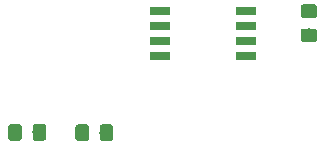
<source format=gbr>
G04 #@! TF.GenerationSoftware,KiCad,Pcbnew,(5.1.2)-1*
G04 #@! TF.CreationDate,2019-08-25T21:22:12-05:00*
G04 #@! TF.ProjectId,attiny-devboard,61747469-6e79-42d6-9465-76626f617264,rev?*
G04 #@! TF.SameCoordinates,Original*
G04 #@! TF.FileFunction,Paste,Top*
G04 #@! TF.FilePolarity,Positive*
%FSLAX46Y46*%
G04 Gerber Fmt 4.6, Leading zero omitted, Abs format (unit mm)*
G04 Created by KiCad (PCBNEW (5.1.2)-1) date 2019-08-25 21:22:12*
%MOMM*%
%LPD*%
G04 APERTURE LIST*
%ADD10C,0.100000*%
%ADD11C,1.150000*%
%ADD12R,1.700000X0.650000*%
G04 APERTURE END LIST*
D10*
G36*
X144543305Y-82453504D02*
G01*
X144567573Y-82457104D01*
X144591372Y-82463065D01*
X144614471Y-82471330D01*
X144636650Y-82481820D01*
X144657693Y-82494432D01*
X144677399Y-82509047D01*
X144695577Y-82525523D01*
X144712053Y-82543701D01*
X144726668Y-82563407D01*
X144739280Y-82584450D01*
X144749770Y-82606629D01*
X144758035Y-82629728D01*
X144763996Y-82653527D01*
X144767596Y-82677795D01*
X144768800Y-82702299D01*
X144768800Y-83352301D01*
X144767596Y-83376805D01*
X144763996Y-83401073D01*
X144758035Y-83424872D01*
X144749770Y-83447971D01*
X144739280Y-83470150D01*
X144726668Y-83491193D01*
X144712053Y-83510899D01*
X144695577Y-83529077D01*
X144677399Y-83545553D01*
X144657693Y-83560168D01*
X144636650Y-83572780D01*
X144614471Y-83583270D01*
X144591372Y-83591535D01*
X144567573Y-83597496D01*
X144543305Y-83601096D01*
X144518801Y-83602300D01*
X143618799Y-83602300D01*
X143594295Y-83601096D01*
X143570027Y-83597496D01*
X143546228Y-83591535D01*
X143523129Y-83583270D01*
X143500950Y-83572780D01*
X143479907Y-83560168D01*
X143460201Y-83545553D01*
X143442023Y-83529077D01*
X143425547Y-83510899D01*
X143410932Y-83491193D01*
X143398320Y-83470150D01*
X143387830Y-83447971D01*
X143379565Y-83424872D01*
X143373604Y-83401073D01*
X143370004Y-83376805D01*
X143368800Y-83352301D01*
X143368800Y-82702299D01*
X143370004Y-82677795D01*
X143373604Y-82653527D01*
X143379565Y-82629728D01*
X143387830Y-82606629D01*
X143398320Y-82584450D01*
X143410932Y-82563407D01*
X143425547Y-82543701D01*
X143442023Y-82525523D01*
X143460201Y-82509047D01*
X143479907Y-82494432D01*
X143500950Y-82481820D01*
X143523129Y-82471330D01*
X143546228Y-82463065D01*
X143570027Y-82457104D01*
X143594295Y-82453504D01*
X143618799Y-82452300D01*
X144518801Y-82452300D01*
X144543305Y-82453504D01*
X144543305Y-82453504D01*
G37*
D11*
X144068800Y-83027300D03*
D10*
G36*
X144543305Y-84503504D02*
G01*
X144567573Y-84507104D01*
X144591372Y-84513065D01*
X144614471Y-84521330D01*
X144636650Y-84531820D01*
X144657693Y-84544432D01*
X144677399Y-84559047D01*
X144695577Y-84575523D01*
X144712053Y-84593701D01*
X144726668Y-84613407D01*
X144739280Y-84634450D01*
X144749770Y-84656629D01*
X144758035Y-84679728D01*
X144763996Y-84703527D01*
X144767596Y-84727795D01*
X144768800Y-84752299D01*
X144768800Y-85402301D01*
X144767596Y-85426805D01*
X144763996Y-85451073D01*
X144758035Y-85474872D01*
X144749770Y-85497971D01*
X144739280Y-85520150D01*
X144726668Y-85541193D01*
X144712053Y-85560899D01*
X144695577Y-85579077D01*
X144677399Y-85595553D01*
X144657693Y-85610168D01*
X144636650Y-85622780D01*
X144614471Y-85633270D01*
X144591372Y-85641535D01*
X144567573Y-85647496D01*
X144543305Y-85651096D01*
X144518801Y-85652300D01*
X143618799Y-85652300D01*
X143594295Y-85651096D01*
X143570027Y-85647496D01*
X143546228Y-85641535D01*
X143523129Y-85633270D01*
X143500950Y-85622780D01*
X143479907Y-85610168D01*
X143460201Y-85595553D01*
X143442023Y-85579077D01*
X143425547Y-85560899D01*
X143410932Y-85541193D01*
X143398320Y-85520150D01*
X143387830Y-85497971D01*
X143379565Y-85474872D01*
X143373604Y-85451073D01*
X143370004Y-85426805D01*
X143368800Y-85402301D01*
X143368800Y-84752299D01*
X143370004Y-84727795D01*
X143373604Y-84703527D01*
X143379565Y-84679728D01*
X143387830Y-84656629D01*
X143398320Y-84634450D01*
X143410932Y-84613407D01*
X143425547Y-84593701D01*
X143442023Y-84575523D01*
X143460201Y-84559047D01*
X143479907Y-84544432D01*
X143500950Y-84531820D01*
X143523129Y-84521330D01*
X143546228Y-84513065D01*
X143570027Y-84507104D01*
X143594295Y-84503504D01*
X143618799Y-84502300D01*
X144518801Y-84502300D01*
X144543305Y-84503504D01*
X144543305Y-84503504D01*
G37*
D11*
X144068800Y-85077300D03*
D10*
G36*
X127265905Y-92620804D02*
G01*
X127290173Y-92624404D01*
X127313972Y-92630365D01*
X127337071Y-92638630D01*
X127359250Y-92649120D01*
X127380293Y-92661732D01*
X127399999Y-92676347D01*
X127418177Y-92692823D01*
X127434653Y-92711001D01*
X127449268Y-92730707D01*
X127461880Y-92751750D01*
X127472370Y-92773929D01*
X127480635Y-92797028D01*
X127486596Y-92820827D01*
X127490196Y-92845095D01*
X127491400Y-92869599D01*
X127491400Y-93769601D01*
X127490196Y-93794105D01*
X127486596Y-93818373D01*
X127480635Y-93842172D01*
X127472370Y-93865271D01*
X127461880Y-93887450D01*
X127449268Y-93908493D01*
X127434653Y-93928199D01*
X127418177Y-93946377D01*
X127399999Y-93962853D01*
X127380293Y-93977468D01*
X127359250Y-93990080D01*
X127337071Y-94000570D01*
X127313972Y-94008835D01*
X127290173Y-94014796D01*
X127265905Y-94018396D01*
X127241401Y-94019600D01*
X126591399Y-94019600D01*
X126566895Y-94018396D01*
X126542627Y-94014796D01*
X126518828Y-94008835D01*
X126495729Y-94000570D01*
X126473550Y-93990080D01*
X126452507Y-93977468D01*
X126432801Y-93962853D01*
X126414623Y-93946377D01*
X126398147Y-93928199D01*
X126383532Y-93908493D01*
X126370920Y-93887450D01*
X126360430Y-93865271D01*
X126352165Y-93842172D01*
X126346204Y-93818373D01*
X126342604Y-93794105D01*
X126341400Y-93769601D01*
X126341400Y-92869599D01*
X126342604Y-92845095D01*
X126346204Y-92820827D01*
X126352165Y-92797028D01*
X126360430Y-92773929D01*
X126370920Y-92751750D01*
X126383532Y-92730707D01*
X126398147Y-92711001D01*
X126414623Y-92692823D01*
X126432801Y-92676347D01*
X126452507Y-92661732D01*
X126473550Y-92649120D01*
X126495729Y-92638630D01*
X126518828Y-92630365D01*
X126542627Y-92624404D01*
X126566895Y-92620804D01*
X126591399Y-92619600D01*
X127241401Y-92619600D01*
X127265905Y-92620804D01*
X127265905Y-92620804D01*
G37*
D11*
X126916400Y-93319600D03*
D10*
G36*
X125215905Y-92620804D02*
G01*
X125240173Y-92624404D01*
X125263972Y-92630365D01*
X125287071Y-92638630D01*
X125309250Y-92649120D01*
X125330293Y-92661732D01*
X125349999Y-92676347D01*
X125368177Y-92692823D01*
X125384653Y-92711001D01*
X125399268Y-92730707D01*
X125411880Y-92751750D01*
X125422370Y-92773929D01*
X125430635Y-92797028D01*
X125436596Y-92820827D01*
X125440196Y-92845095D01*
X125441400Y-92869599D01*
X125441400Y-93769601D01*
X125440196Y-93794105D01*
X125436596Y-93818373D01*
X125430635Y-93842172D01*
X125422370Y-93865271D01*
X125411880Y-93887450D01*
X125399268Y-93908493D01*
X125384653Y-93928199D01*
X125368177Y-93946377D01*
X125349999Y-93962853D01*
X125330293Y-93977468D01*
X125309250Y-93990080D01*
X125287071Y-94000570D01*
X125263972Y-94008835D01*
X125240173Y-94014796D01*
X125215905Y-94018396D01*
X125191401Y-94019600D01*
X124541399Y-94019600D01*
X124516895Y-94018396D01*
X124492627Y-94014796D01*
X124468828Y-94008835D01*
X124445729Y-94000570D01*
X124423550Y-93990080D01*
X124402507Y-93977468D01*
X124382801Y-93962853D01*
X124364623Y-93946377D01*
X124348147Y-93928199D01*
X124333532Y-93908493D01*
X124320920Y-93887450D01*
X124310430Y-93865271D01*
X124302165Y-93842172D01*
X124296204Y-93818373D01*
X124292604Y-93794105D01*
X124291400Y-93769601D01*
X124291400Y-92869599D01*
X124292604Y-92845095D01*
X124296204Y-92820827D01*
X124302165Y-92797028D01*
X124310430Y-92773929D01*
X124320920Y-92751750D01*
X124333532Y-92730707D01*
X124348147Y-92711001D01*
X124364623Y-92692823D01*
X124382801Y-92676347D01*
X124402507Y-92661732D01*
X124423550Y-92649120D01*
X124445729Y-92638630D01*
X124468828Y-92630365D01*
X124492627Y-92624404D01*
X124516895Y-92620804D01*
X124541399Y-92619600D01*
X125191401Y-92619600D01*
X125215905Y-92620804D01*
X125215905Y-92620804D01*
G37*
D11*
X124866400Y-93319600D03*
D10*
G36*
X121596405Y-92595404D02*
G01*
X121620673Y-92599004D01*
X121644472Y-92604965D01*
X121667571Y-92613230D01*
X121689750Y-92623720D01*
X121710793Y-92636332D01*
X121730499Y-92650947D01*
X121748677Y-92667423D01*
X121765153Y-92685601D01*
X121779768Y-92705307D01*
X121792380Y-92726350D01*
X121802870Y-92748529D01*
X121811135Y-92771628D01*
X121817096Y-92795427D01*
X121820696Y-92819695D01*
X121821900Y-92844199D01*
X121821900Y-93744201D01*
X121820696Y-93768705D01*
X121817096Y-93792973D01*
X121811135Y-93816772D01*
X121802870Y-93839871D01*
X121792380Y-93862050D01*
X121779768Y-93883093D01*
X121765153Y-93902799D01*
X121748677Y-93920977D01*
X121730499Y-93937453D01*
X121710793Y-93952068D01*
X121689750Y-93964680D01*
X121667571Y-93975170D01*
X121644472Y-93983435D01*
X121620673Y-93989396D01*
X121596405Y-93992996D01*
X121571901Y-93994200D01*
X120921899Y-93994200D01*
X120897395Y-93992996D01*
X120873127Y-93989396D01*
X120849328Y-93983435D01*
X120826229Y-93975170D01*
X120804050Y-93964680D01*
X120783007Y-93952068D01*
X120763301Y-93937453D01*
X120745123Y-93920977D01*
X120728647Y-93902799D01*
X120714032Y-93883093D01*
X120701420Y-93862050D01*
X120690930Y-93839871D01*
X120682665Y-93816772D01*
X120676704Y-93792973D01*
X120673104Y-93768705D01*
X120671900Y-93744201D01*
X120671900Y-92844199D01*
X120673104Y-92819695D01*
X120676704Y-92795427D01*
X120682665Y-92771628D01*
X120690930Y-92748529D01*
X120701420Y-92726350D01*
X120714032Y-92705307D01*
X120728647Y-92685601D01*
X120745123Y-92667423D01*
X120763301Y-92650947D01*
X120783007Y-92636332D01*
X120804050Y-92623720D01*
X120826229Y-92613230D01*
X120849328Y-92604965D01*
X120873127Y-92599004D01*
X120897395Y-92595404D01*
X120921899Y-92594200D01*
X121571901Y-92594200D01*
X121596405Y-92595404D01*
X121596405Y-92595404D01*
G37*
D11*
X121246900Y-93294200D03*
D10*
G36*
X119546405Y-92595404D02*
G01*
X119570673Y-92599004D01*
X119594472Y-92604965D01*
X119617571Y-92613230D01*
X119639750Y-92623720D01*
X119660793Y-92636332D01*
X119680499Y-92650947D01*
X119698677Y-92667423D01*
X119715153Y-92685601D01*
X119729768Y-92705307D01*
X119742380Y-92726350D01*
X119752870Y-92748529D01*
X119761135Y-92771628D01*
X119767096Y-92795427D01*
X119770696Y-92819695D01*
X119771900Y-92844199D01*
X119771900Y-93744201D01*
X119770696Y-93768705D01*
X119767096Y-93792973D01*
X119761135Y-93816772D01*
X119752870Y-93839871D01*
X119742380Y-93862050D01*
X119729768Y-93883093D01*
X119715153Y-93902799D01*
X119698677Y-93920977D01*
X119680499Y-93937453D01*
X119660793Y-93952068D01*
X119639750Y-93964680D01*
X119617571Y-93975170D01*
X119594472Y-93983435D01*
X119570673Y-93989396D01*
X119546405Y-93992996D01*
X119521901Y-93994200D01*
X118871899Y-93994200D01*
X118847395Y-93992996D01*
X118823127Y-93989396D01*
X118799328Y-93983435D01*
X118776229Y-93975170D01*
X118754050Y-93964680D01*
X118733007Y-93952068D01*
X118713301Y-93937453D01*
X118695123Y-93920977D01*
X118678647Y-93902799D01*
X118664032Y-93883093D01*
X118651420Y-93862050D01*
X118640930Y-93839871D01*
X118632665Y-93816772D01*
X118626704Y-93792973D01*
X118623104Y-93768705D01*
X118621900Y-93744201D01*
X118621900Y-92844199D01*
X118623104Y-92819695D01*
X118626704Y-92795427D01*
X118632665Y-92771628D01*
X118640930Y-92748529D01*
X118651420Y-92726350D01*
X118664032Y-92705307D01*
X118678647Y-92685601D01*
X118695123Y-92667423D01*
X118713301Y-92650947D01*
X118733007Y-92636332D01*
X118754050Y-92623720D01*
X118776229Y-92613230D01*
X118799328Y-92604965D01*
X118823127Y-92599004D01*
X118847395Y-92595404D01*
X118871899Y-92594200D01*
X119521901Y-92594200D01*
X119546405Y-92595404D01*
X119546405Y-92595404D01*
G37*
D11*
X119196900Y-93294200D03*
D12*
X131427200Y-83045300D03*
X131427200Y-84315300D03*
X131427200Y-85585300D03*
X131427200Y-86855300D03*
X138727200Y-86855300D03*
X138727200Y-85585300D03*
X138727200Y-84315300D03*
X138727200Y-83045300D03*
M02*

</source>
